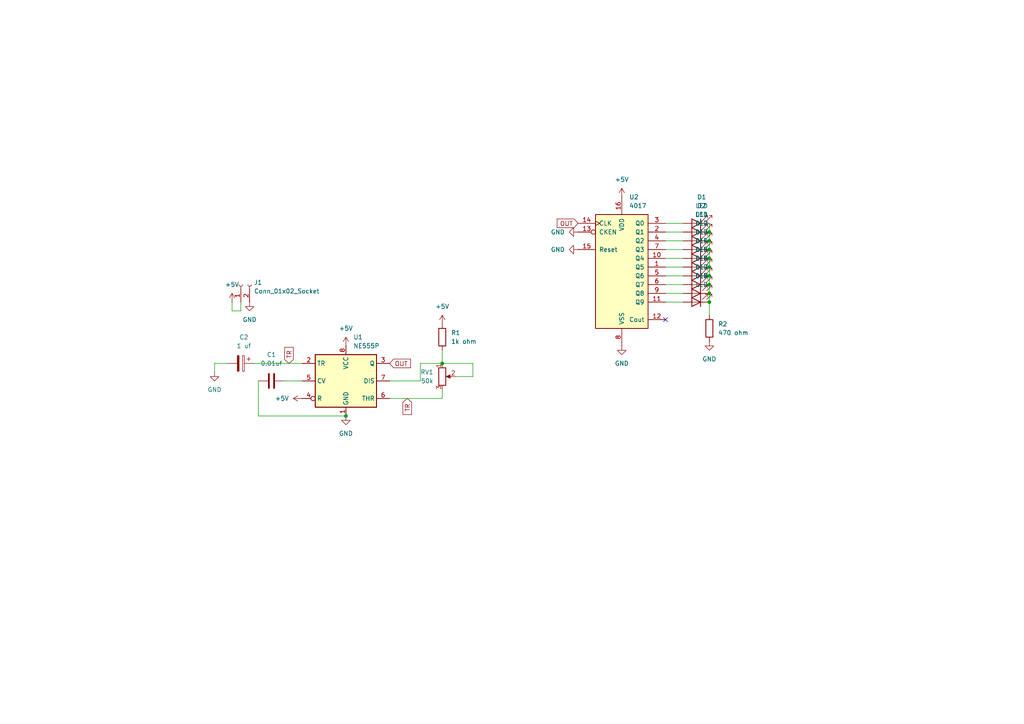
<source format=kicad_sch>
(kicad_sch
	(version 20250114)
	(generator "eeschema")
	(generator_version "9.0")
	(uuid "c046ae96-9a33-4436-ad46-2259e32a5b9d")
	(paper "A4")
	(lib_symbols
		(symbol "4xxx:4017"
			(pin_names
				(offset 1.016)
			)
			(exclude_from_sim no)
			(in_bom yes)
			(on_board yes)
			(property "Reference" "U"
				(at -7.62 16.51 0)
				(effects
					(font
						(size 1.27 1.27)
					)
				)
			)
			(property "Value" "4017"
				(at -7.62 -19.05 0)
				(effects
					(font
						(size 1.27 1.27)
					)
				)
			)
			(property "Footprint" ""
				(at 0 0 0)
				(effects
					(font
						(size 1.27 1.27)
					)
					(hide yes)
				)
			)
			(property "Datasheet" "http://www.intersil.com/content/dam/Intersil/documents/cd40/cd4017bms-22bms.pdf"
				(at 0 0 0)
				(effects
					(font
						(size 1.27 1.27)
					)
					(hide yes)
				)
			)
			(property "Description" "Johnson Counter ( 10 outputs )"
				(at 0 0 0)
				(effects
					(font
						(size 1.27 1.27)
					)
					(hide yes)
				)
			)
			(property "ki_locked" ""
				(at 0 0 0)
				(effects
					(font
						(size 1.27 1.27)
					)
				)
			)
			(property "ki_keywords" "CNT CNT10"
				(at 0 0 0)
				(effects
					(font
						(size 1.27 1.27)
					)
					(hide yes)
				)
			)
			(property "ki_fp_filters" "DIP?16*"
				(at 0 0 0)
				(effects
					(font
						(size 1.27 1.27)
					)
					(hide yes)
				)
			)
			(symbol "4017_1_0"
				(pin input clock
					(at -12.7 12.7 0)
					(length 5.08)
					(name "CLK"
						(effects
							(font
								(size 1.27 1.27)
							)
						)
					)
					(number "14"
						(effects
							(font
								(size 1.27 1.27)
							)
						)
					)
				)
				(pin input inverted
					(at -12.7 10.16 0)
					(length 5.08)
					(name "CKEN"
						(effects
							(font
								(size 1.27 1.27)
							)
						)
					)
					(number "13"
						(effects
							(font
								(size 1.27 1.27)
							)
						)
					)
				)
				(pin input line
					(at -12.7 5.08 0)
					(length 5.08)
					(name "Reset"
						(effects
							(font
								(size 1.27 1.27)
							)
						)
					)
					(number "15"
						(effects
							(font
								(size 1.27 1.27)
							)
						)
					)
				)
				(pin power_in line
					(at 0 20.32 270)
					(length 5.08)
					(name "VDD"
						(effects
							(font
								(size 1.27 1.27)
							)
						)
					)
					(number "16"
						(effects
							(font
								(size 1.27 1.27)
							)
						)
					)
				)
				(pin power_in line
					(at 0 -22.86 90)
					(length 5.08)
					(name "VSS"
						(effects
							(font
								(size 1.27 1.27)
							)
						)
					)
					(number "8"
						(effects
							(font
								(size 1.27 1.27)
							)
						)
					)
				)
				(pin output line
					(at 12.7 12.7 180)
					(length 5.08)
					(name "Q0"
						(effects
							(font
								(size 1.27 1.27)
							)
						)
					)
					(number "3"
						(effects
							(font
								(size 1.27 1.27)
							)
						)
					)
				)
				(pin output line
					(at 12.7 10.16 180)
					(length 5.08)
					(name "Q1"
						(effects
							(font
								(size 1.27 1.27)
							)
						)
					)
					(number "2"
						(effects
							(font
								(size 1.27 1.27)
							)
						)
					)
				)
				(pin output line
					(at 12.7 7.62 180)
					(length 5.08)
					(name "Q2"
						(effects
							(font
								(size 1.27 1.27)
							)
						)
					)
					(number "4"
						(effects
							(font
								(size 1.27 1.27)
							)
						)
					)
				)
				(pin output line
					(at 12.7 5.08 180)
					(length 5.08)
					(name "Q3"
						(effects
							(font
								(size 1.27 1.27)
							)
						)
					)
					(number "7"
						(effects
							(font
								(size 1.27 1.27)
							)
						)
					)
				)
				(pin output line
					(at 12.7 2.54 180)
					(length 5.08)
					(name "Q4"
						(effects
							(font
								(size 1.27 1.27)
							)
						)
					)
					(number "10"
						(effects
							(font
								(size 1.27 1.27)
							)
						)
					)
				)
				(pin output line
					(at 12.7 0 180)
					(length 5.08)
					(name "Q5"
						(effects
							(font
								(size 1.27 1.27)
							)
						)
					)
					(number "1"
						(effects
							(font
								(size 1.27 1.27)
							)
						)
					)
				)
				(pin output line
					(at 12.7 -2.54 180)
					(length 5.08)
					(name "Q6"
						(effects
							(font
								(size 1.27 1.27)
							)
						)
					)
					(number "5"
						(effects
							(font
								(size 1.27 1.27)
							)
						)
					)
				)
				(pin output line
					(at 12.7 -5.08 180)
					(length 5.08)
					(name "Q7"
						(effects
							(font
								(size 1.27 1.27)
							)
						)
					)
					(number "6"
						(effects
							(font
								(size 1.27 1.27)
							)
						)
					)
				)
				(pin output line
					(at 12.7 -7.62 180)
					(length 5.08)
					(name "Q8"
						(effects
							(font
								(size 1.27 1.27)
							)
						)
					)
					(number "9"
						(effects
							(font
								(size 1.27 1.27)
							)
						)
					)
				)
				(pin output line
					(at 12.7 -10.16 180)
					(length 5.08)
					(name "Q9"
						(effects
							(font
								(size 1.27 1.27)
							)
						)
					)
					(number "11"
						(effects
							(font
								(size 1.27 1.27)
							)
						)
					)
				)
				(pin output line
					(at 12.7 -15.24 180)
					(length 5.08)
					(name "Cout"
						(effects
							(font
								(size 1.27 1.27)
							)
						)
					)
					(number "12"
						(effects
							(font
								(size 1.27 1.27)
							)
						)
					)
				)
			)
			(symbol "4017_1_1"
				(rectangle
					(start -7.62 15.24)
					(end 7.62 -17.78)
					(stroke
						(width 0.254)
						(type default)
					)
					(fill
						(type background)
					)
				)
			)
			(embedded_fonts no)
		)
		(symbol "Connector:Conn_01x02_Socket"
			(pin_names
				(offset 1.016)
				(hide yes)
			)
			(exclude_from_sim no)
			(in_bom yes)
			(on_board yes)
			(property "Reference" "J"
				(at 0 2.54 0)
				(effects
					(font
						(size 1.27 1.27)
					)
				)
			)
			(property "Value" "Conn_01x02_Socket"
				(at 0 -5.08 0)
				(effects
					(font
						(size 1.27 1.27)
					)
				)
			)
			(property "Footprint" ""
				(at 0 0 0)
				(effects
					(font
						(size 1.27 1.27)
					)
					(hide yes)
				)
			)
			(property "Datasheet" "~"
				(at 0 0 0)
				(effects
					(font
						(size 1.27 1.27)
					)
					(hide yes)
				)
			)
			(property "Description" "Generic connector, single row, 01x02, script generated"
				(at 0 0 0)
				(effects
					(font
						(size 1.27 1.27)
					)
					(hide yes)
				)
			)
			(property "ki_locked" ""
				(at 0 0 0)
				(effects
					(font
						(size 1.27 1.27)
					)
				)
			)
			(property "ki_keywords" "connector"
				(at 0 0 0)
				(effects
					(font
						(size 1.27 1.27)
					)
					(hide yes)
				)
			)
			(property "ki_fp_filters" "Connector*:*_1x??_*"
				(at 0 0 0)
				(effects
					(font
						(size 1.27 1.27)
					)
					(hide yes)
				)
			)
			(symbol "Conn_01x02_Socket_1_1"
				(polyline
					(pts
						(xy -1.27 0) (xy -0.508 0)
					)
					(stroke
						(width 0.1524)
						(type default)
					)
					(fill
						(type none)
					)
				)
				(polyline
					(pts
						(xy -1.27 -2.54) (xy -0.508 -2.54)
					)
					(stroke
						(width 0.1524)
						(type default)
					)
					(fill
						(type none)
					)
				)
				(arc
					(start 0 -0.508)
					(mid -0.5058 0)
					(end 0 0.508)
					(stroke
						(width 0.1524)
						(type default)
					)
					(fill
						(type none)
					)
				)
				(arc
					(start 0 -3.048)
					(mid -0.5058 -2.54)
					(end 0 -2.032)
					(stroke
						(width 0.1524)
						(type default)
					)
					(fill
						(type none)
					)
				)
				(pin passive line
					(at -5.08 0 0)
					(length 3.81)
					(name "Pin_1"
						(effects
							(font
								(size 1.27 1.27)
							)
						)
					)
					(number "1"
						(effects
							(font
								(size 1.27 1.27)
							)
						)
					)
				)
				(pin passive line
					(at -5.08 -2.54 0)
					(length 3.81)
					(name "Pin_2"
						(effects
							(font
								(size 1.27 1.27)
							)
						)
					)
					(number "2"
						(effects
							(font
								(size 1.27 1.27)
							)
						)
					)
				)
			)
			(embedded_fonts no)
		)
		(symbol "Device:C"
			(pin_numbers
				(hide yes)
			)
			(pin_names
				(offset 0.254)
			)
			(exclude_from_sim no)
			(in_bom yes)
			(on_board yes)
			(property "Reference" "C"
				(at 0.635 2.54 0)
				(effects
					(font
						(size 1.27 1.27)
					)
					(justify left)
				)
			)
			(property "Value" "C"
				(at 0.635 -2.54 0)
				(effects
					(font
						(size 1.27 1.27)
					)
					(justify left)
				)
			)
			(property "Footprint" ""
				(at 0.9652 -3.81 0)
				(effects
					(font
						(size 1.27 1.27)
					)
					(hide yes)
				)
			)
			(property "Datasheet" "~"
				(at 0 0 0)
				(effects
					(font
						(size 1.27 1.27)
					)
					(hide yes)
				)
			)
			(property "Description" "Unpolarized capacitor"
				(at 0 0 0)
				(effects
					(font
						(size 1.27 1.27)
					)
					(hide yes)
				)
			)
			(property "ki_keywords" "cap capacitor"
				(at 0 0 0)
				(effects
					(font
						(size 1.27 1.27)
					)
					(hide yes)
				)
			)
			(property "ki_fp_filters" "C_*"
				(at 0 0 0)
				(effects
					(font
						(size 1.27 1.27)
					)
					(hide yes)
				)
			)
			(symbol "C_0_1"
				(polyline
					(pts
						(xy -2.032 0.762) (xy 2.032 0.762)
					)
					(stroke
						(width 0.508)
						(type default)
					)
					(fill
						(type none)
					)
				)
				(polyline
					(pts
						(xy -2.032 -0.762) (xy 2.032 -0.762)
					)
					(stroke
						(width 0.508)
						(type default)
					)
					(fill
						(type none)
					)
				)
			)
			(symbol "C_1_1"
				(pin passive line
					(at 0 3.81 270)
					(length 2.794)
					(name "~"
						(effects
							(font
								(size 1.27 1.27)
							)
						)
					)
					(number "1"
						(effects
							(font
								(size 1.27 1.27)
							)
						)
					)
				)
				(pin passive line
					(at 0 -3.81 90)
					(length 2.794)
					(name "~"
						(effects
							(font
								(size 1.27 1.27)
							)
						)
					)
					(number "2"
						(effects
							(font
								(size 1.27 1.27)
							)
						)
					)
				)
			)
			(embedded_fonts no)
		)
		(symbol "Device:C_Polarized"
			(pin_numbers
				(hide yes)
			)
			(pin_names
				(offset 0.254)
			)
			(exclude_from_sim no)
			(in_bom yes)
			(on_board yes)
			(property "Reference" "C"
				(at 0.635 2.54 0)
				(effects
					(font
						(size 1.27 1.27)
					)
					(justify left)
				)
			)
			(property "Value" "C_Polarized"
				(at 0.635 -2.54 0)
				(effects
					(font
						(size 1.27 1.27)
					)
					(justify left)
				)
			)
			(property "Footprint" ""
				(at 0.9652 -3.81 0)
				(effects
					(font
						(size 1.27 1.27)
					)
					(hide yes)
				)
			)
			(property "Datasheet" "~"
				(at 0 0 0)
				(effects
					(font
						(size 1.27 1.27)
					)
					(hide yes)
				)
			)
			(property "Description" "Polarized capacitor"
				(at 0 0 0)
				(effects
					(font
						(size 1.27 1.27)
					)
					(hide yes)
				)
			)
			(property "ki_keywords" "cap capacitor"
				(at 0 0 0)
				(effects
					(font
						(size 1.27 1.27)
					)
					(hide yes)
				)
			)
			(property "ki_fp_filters" "CP_*"
				(at 0 0 0)
				(effects
					(font
						(size 1.27 1.27)
					)
					(hide yes)
				)
			)
			(symbol "C_Polarized_0_1"
				(rectangle
					(start -2.286 0.508)
					(end 2.286 1.016)
					(stroke
						(width 0)
						(type default)
					)
					(fill
						(type none)
					)
				)
				(polyline
					(pts
						(xy -1.778 2.286) (xy -0.762 2.286)
					)
					(stroke
						(width 0)
						(type default)
					)
					(fill
						(type none)
					)
				)
				(polyline
					(pts
						(xy -1.27 2.794) (xy -1.27 1.778)
					)
					(stroke
						(width 0)
						(type default)
					)
					(fill
						(type none)
					)
				)
				(rectangle
					(start 2.286 -0.508)
					(end -2.286 -1.016)
					(stroke
						(width 0)
						(type default)
					)
					(fill
						(type outline)
					)
				)
			)
			(symbol "C_Polarized_1_1"
				(pin passive line
					(at 0 3.81 270)
					(length 2.794)
					(name "~"
						(effects
							(font
								(size 1.27 1.27)
							)
						)
					)
					(number "1"
						(effects
							(font
								(size 1.27 1.27)
							)
						)
					)
				)
				(pin passive line
					(at 0 -3.81 90)
					(length 2.794)
					(name "~"
						(effects
							(font
								(size 1.27 1.27)
							)
						)
					)
					(number "2"
						(effects
							(font
								(size 1.27 1.27)
							)
						)
					)
				)
			)
			(embedded_fonts no)
		)
		(symbol "Device:LED"
			(pin_numbers
				(hide yes)
			)
			(pin_names
				(offset 1.016)
				(hide yes)
			)
			(exclude_from_sim no)
			(in_bom yes)
			(on_board yes)
			(property "Reference" "D"
				(at 0 2.54 0)
				(effects
					(font
						(size 1.27 1.27)
					)
				)
			)
			(property "Value" "LED"
				(at 0 -2.54 0)
				(effects
					(font
						(size 1.27 1.27)
					)
				)
			)
			(property "Footprint" ""
				(at 0 0 0)
				(effects
					(font
						(size 1.27 1.27)
					)
					(hide yes)
				)
			)
			(property "Datasheet" "~"
				(at 0 0 0)
				(effects
					(font
						(size 1.27 1.27)
					)
					(hide yes)
				)
			)
			(property "Description" "Light emitting diode"
				(at 0 0 0)
				(effects
					(font
						(size 1.27 1.27)
					)
					(hide yes)
				)
			)
			(property "Sim.Pins" "1=K 2=A"
				(at 0 0 0)
				(effects
					(font
						(size 1.27 1.27)
					)
					(hide yes)
				)
			)
			(property "ki_keywords" "LED diode"
				(at 0 0 0)
				(effects
					(font
						(size 1.27 1.27)
					)
					(hide yes)
				)
			)
			(property "ki_fp_filters" "LED* LED_SMD:* LED_THT:*"
				(at 0 0 0)
				(effects
					(font
						(size 1.27 1.27)
					)
					(hide yes)
				)
			)
			(symbol "LED_0_1"
				(polyline
					(pts
						(xy -3.048 -0.762) (xy -4.572 -2.286) (xy -3.81 -2.286) (xy -4.572 -2.286) (xy -4.572 -1.524)
					)
					(stroke
						(width 0)
						(type default)
					)
					(fill
						(type none)
					)
				)
				(polyline
					(pts
						(xy -1.778 -0.762) (xy -3.302 -2.286) (xy -2.54 -2.286) (xy -3.302 -2.286) (xy -3.302 -1.524)
					)
					(stroke
						(width 0)
						(type default)
					)
					(fill
						(type none)
					)
				)
				(polyline
					(pts
						(xy -1.27 0) (xy 1.27 0)
					)
					(stroke
						(width 0)
						(type default)
					)
					(fill
						(type none)
					)
				)
				(polyline
					(pts
						(xy -1.27 -1.27) (xy -1.27 1.27)
					)
					(stroke
						(width 0.254)
						(type default)
					)
					(fill
						(type none)
					)
				)
				(polyline
					(pts
						(xy 1.27 -1.27) (xy 1.27 1.27) (xy -1.27 0) (xy 1.27 -1.27)
					)
					(stroke
						(width 0.254)
						(type default)
					)
					(fill
						(type none)
					)
				)
			)
			(symbol "LED_1_1"
				(pin passive line
					(at -3.81 0 0)
					(length 2.54)
					(name "K"
						(effects
							(font
								(size 1.27 1.27)
							)
						)
					)
					(number "1"
						(effects
							(font
								(size 1.27 1.27)
							)
						)
					)
				)
				(pin passive line
					(at 3.81 0 180)
					(length 2.54)
					(name "A"
						(effects
							(font
								(size 1.27 1.27)
							)
						)
					)
					(number "2"
						(effects
							(font
								(size 1.27 1.27)
							)
						)
					)
				)
			)
			(embedded_fonts no)
		)
		(symbol "Device:R"
			(pin_numbers
				(hide yes)
			)
			(pin_names
				(offset 0)
			)
			(exclude_from_sim no)
			(in_bom yes)
			(on_board yes)
			(property "Reference" "R"
				(at 2.032 0 90)
				(effects
					(font
						(size 1.27 1.27)
					)
				)
			)
			(property "Value" "R"
				(at 0 0 90)
				(effects
					(font
						(size 1.27 1.27)
					)
				)
			)
			(property "Footprint" ""
				(at -1.778 0 90)
				(effects
					(font
						(size 1.27 1.27)
					)
					(hide yes)
				)
			)
			(property "Datasheet" "~"
				(at 0 0 0)
				(effects
					(font
						(size 1.27 1.27)
					)
					(hide yes)
				)
			)
			(property "Description" "Resistor"
				(at 0 0 0)
				(effects
					(font
						(size 1.27 1.27)
					)
					(hide yes)
				)
			)
			(property "ki_keywords" "R res resistor"
				(at 0 0 0)
				(effects
					(font
						(size 1.27 1.27)
					)
					(hide yes)
				)
			)
			(property "ki_fp_filters" "R_*"
				(at 0 0 0)
				(effects
					(font
						(size 1.27 1.27)
					)
					(hide yes)
				)
			)
			(symbol "R_0_1"
				(rectangle
					(start -1.016 -2.54)
					(end 1.016 2.54)
					(stroke
						(width 0.254)
						(type default)
					)
					(fill
						(type none)
					)
				)
			)
			(symbol "R_1_1"
				(pin passive line
					(at 0 3.81 270)
					(length 1.27)
					(name "~"
						(effects
							(font
								(size 1.27 1.27)
							)
						)
					)
					(number "1"
						(effects
							(font
								(size 1.27 1.27)
							)
						)
					)
				)
				(pin passive line
					(at 0 -3.81 90)
					(length 1.27)
					(name "~"
						(effects
							(font
								(size 1.27 1.27)
							)
						)
					)
					(number "2"
						(effects
							(font
								(size 1.27 1.27)
							)
						)
					)
				)
			)
			(embedded_fonts no)
		)
		(symbol "Device:R_Potentiometer"
			(pin_names
				(offset 1.016)
				(hide yes)
			)
			(exclude_from_sim no)
			(in_bom yes)
			(on_board yes)
			(property "Reference" "RV"
				(at -4.445 0 90)
				(effects
					(font
						(size 1.27 1.27)
					)
				)
			)
			(property "Value" "R_Potentiometer"
				(at -2.54 0 90)
				(effects
					(font
						(size 1.27 1.27)
					)
				)
			)
			(property "Footprint" ""
				(at 0 0 0)
				(effects
					(font
						(size 1.27 1.27)
					)
					(hide yes)
				)
			)
			(property "Datasheet" "~"
				(at 0 0 0)
				(effects
					(font
						(size 1.27 1.27)
					)
					(hide yes)
				)
			)
			(property "Description" "Potentiometer"
				(at 0 0 0)
				(effects
					(font
						(size 1.27 1.27)
					)
					(hide yes)
				)
			)
			(property "ki_keywords" "resistor variable"
				(at 0 0 0)
				(effects
					(font
						(size 1.27 1.27)
					)
					(hide yes)
				)
			)
			(property "ki_fp_filters" "Potentiometer*"
				(at 0 0 0)
				(effects
					(font
						(size 1.27 1.27)
					)
					(hide yes)
				)
			)
			(symbol "R_Potentiometer_0_1"
				(rectangle
					(start 1.016 2.54)
					(end -1.016 -2.54)
					(stroke
						(width 0.254)
						(type default)
					)
					(fill
						(type none)
					)
				)
				(polyline
					(pts
						(xy 1.143 0) (xy 2.286 0.508) (xy 2.286 -0.508) (xy 1.143 0)
					)
					(stroke
						(width 0)
						(type default)
					)
					(fill
						(type outline)
					)
				)
				(polyline
					(pts
						(xy 2.54 0) (xy 1.524 0)
					)
					(stroke
						(width 0)
						(type default)
					)
					(fill
						(type none)
					)
				)
			)
			(symbol "R_Potentiometer_1_1"
				(pin passive line
					(at 0 3.81 270)
					(length 1.27)
					(name "1"
						(effects
							(font
								(size 1.27 1.27)
							)
						)
					)
					(number "1"
						(effects
							(font
								(size 1.27 1.27)
							)
						)
					)
				)
				(pin passive line
					(at 0 -3.81 90)
					(length 1.27)
					(name "3"
						(effects
							(font
								(size 1.27 1.27)
							)
						)
					)
					(number "3"
						(effects
							(font
								(size 1.27 1.27)
							)
						)
					)
				)
				(pin passive line
					(at 3.81 0 180)
					(length 1.27)
					(name "2"
						(effects
							(font
								(size 1.27 1.27)
							)
						)
					)
					(number "2"
						(effects
							(font
								(size 1.27 1.27)
							)
						)
					)
				)
			)
			(embedded_fonts no)
		)
		(symbol "Timer:NE555P"
			(exclude_from_sim no)
			(in_bom yes)
			(on_board yes)
			(property "Reference" "U"
				(at -10.16 8.89 0)
				(effects
					(font
						(size 1.27 1.27)
					)
					(justify left)
				)
			)
			(property "Value" "NE555P"
				(at 2.54 8.89 0)
				(effects
					(font
						(size 1.27 1.27)
					)
					(justify left)
				)
			)
			(property "Footprint" "Package_DIP:DIP-8_W7.62mm"
				(at 16.51 -10.16 0)
				(effects
					(font
						(size 1.27 1.27)
					)
					(hide yes)
				)
			)
			(property "Datasheet" "http://www.ti.com/lit/ds/symlink/ne555.pdf"
				(at 21.59 -10.16 0)
				(effects
					(font
						(size 1.27 1.27)
					)
					(hide yes)
				)
			)
			(property "Description" "Precision Timers, 555 compatible,  PDIP-8"
				(at 0 0 0)
				(effects
					(font
						(size 1.27 1.27)
					)
					(hide yes)
				)
			)
			(property "ki_keywords" "single timer 555"
				(at 0 0 0)
				(effects
					(font
						(size 1.27 1.27)
					)
					(hide yes)
				)
			)
			(property "ki_fp_filters" "DIP*W7.62mm*"
				(at 0 0 0)
				(effects
					(font
						(size 1.27 1.27)
					)
					(hide yes)
				)
			)
			(symbol "NE555P_0_0"
				(pin power_in line
					(at 0 10.16 270)
					(length 2.54)
					(name "VCC"
						(effects
							(font
								(size 1.27 1.27)
							)
						)
					)
					(number "8"
						(effects
							(font
								(size 1.27 1.27)
							)
						)
					)
				)
				(pin power_in line
					(at 0 -10.16 90)
					(length 2.54)
					(name "GND"
						(effects
							(font
								(size 1.27 1.27)
							)
						)
					)
					(number "1"
						(effects
							(font
								(size 1.27 1.27)
							)
						)
					)
				)
			)
			(symbol "NE555P_0_1"
				(rectangle
					(start -8.89 -7.62)
					(end 8.89 7.62)
					(stroke
						(width 0.254)
						(type default)
					)
					(fill
						(type background)
					)
				)
				(rectangle
					(start -8.89 -7.62)
					(end 8.89 7.62)
					(stroke
						(width 0.254)
						(type default)
					)
					(fill
						(type background)
					)
				)
			)
			(symbol "NE555P_1_1"
				(pin input line
					(at -12.7 5.08 0)
					(length 3.81)
					(name "TR"
						(effects
							(font
								(size 1.27 1.27)
							)
						)
					)
					(number "2"
						(effects
							(font
								(size 1.27 1.27)
							)
						)
					)
				)
				(pin input line
					(at -12.7 0 0)
					(length 3.81)
					(name "CV"
						(effects
							(font
								(size 1.27 1.27)
							)
						)
					)
					(number "5"
						(effects
							(font
								(size 1.27 1.27)
							)
						)
					)
				)
				(pin input inverted
					(at -12.7 -5.08 0)
					(length 3.81)
					(name "R"
						(effects
							(font
								(size 1.27 1.27)
							)
						)
					)
					(number "4"
						(effects
							(font
								(size 1.27 1.27)
							)
						)
					)
				)
				(pin output line
					(at 12.7 5.08 180)
					(length 3.81)
					(name "Q"
						(effects
							(font
								(size 1.27 1.27)
							)
						)
					)
					(number "3"
						(effects
							(font
								(size 1.27 1.27)
							)
						)
					)
				)
				(pin input line
					(at 12.7 0 180)
					(length 3.81)
					(name "DIS"
						(effects
							(font
								(size 1.27 1.27)
							)
						)
					)
					(number "7"
						(effects
							(font
								(size 1.27 1.27)
							)
						)
					)
				)
				(pin input line
					(at 12.7 -5.08 180)
					(length 3.81)
					(name "THR"
						(effects
							(font
								(size 1.27 1.27)
							)
						)
					)
					(number "6"
						(effects
							(font
								(size 1.27 1.27)
							)
						)
					)
				)
			)
			(embedded_fonts no)
		)
		(symbol "power:+5V"
			(power)
			(pin_numbers
				(hide yes)
			)
			(pin_names
				(offset 0)
				(hide yes)
			)
			(exclude_from_sim no)
			(in_bom yes)
			(on_board yes)
			(property "Reference" "#PWR"
				(at 0 -3.81 0)
				(effects
					(font
						(size 1.27 1.27)
					)
					(hide yes)
				)
			)
			(property "Value" "+5V"
				(at 0 3.556 0)
				(effects
					(font
						(size 1.27 1.27)
					)
				)
			)
			(property "Footprint" ""
				(at 0 0 0)
				(effects
					(font
						(size 1.27 1.27)
					)
					(hide yes)
				)
			)
			(property "Datasheet" ""
				(at 0 0 0)
				(effects
					(font
						(size 1.27 1.27)
					)
					(hide yes)
				)
			)
			(property "Description" "Power symbol creates a global label with name \"+5V\""
				(at 0 0 0)
				(effects
					(font
						(size 1.27 1.27)
					)
					(hide yes)
				)
			)
			(property "ki_keywords" "global power"
				(at 0 0 0)
				(effects
					(font
						(size 1.27 1.27)
					)
					(hide yes)
				)
			)
			(symbol "+5V_0_1"
				(polyline
					(pts
						(xy -0.762 1.27) (xy 0 2.54)
					)
					(stroke
						(width 0)
						(type default)
					)
					(fill
						(type none)
					)
				)
				(polyline
					(pts
						(xy 0 2.54) (xy 0.762 1.27)
					)
					(stroke
						(width 0)
						(type default)
					)
					(fill
						(type none)
					)
				)
				(polyline
					(pts
						(xy 0 0) (xy 0 2.54)
					)
					(stroke
						(width 0)
						(type default)
					)
					(fill
						(type none)
					)
				)
			)
			(symbol "+5V_1_1"
				(pin power_in line
					(at 0 0 90)
					(length 0)
					(name "~"
						(effects
							(font
								(size 1.27 1.27)
							)
						)
					)
					(number "1"
						(effects
							(font
								(size 1.27 1.27)
							)
						)
					)
				)
			)
			(embedded_fonts no)
		)
		(symbol "power:GND"
			(power)
			(pin_numbers
				(hide yes)
			)
			(pin_names
				(offset 0)
				(hide yes)
			)
			(exclude_from_sim no)
			(in_bom yes)
			(on_board yes)
			(property "Reference" "#PWR"
				(at 0 -6.35 0)
				(effects
					(font
						(size 1.27 1.27)
					)
					(hide yes)
				)
			)
			(property "Value" "GND"
				(at 0 -3.81 0)
				(effects
					(font
						(size 1.27 1.27)
					)
				)
			)
			(property "Footprint" ""
				(at 0 0 0)
				(effects
					(font
						(size 1.27 1.27)
					)
					(hide yes)
				)
			)
			(property "Datasheet" ""
				(at 0 0 0)
				(effects
					(font
						(size 1.27 1.27)
					)
					(hide yes)
				)
			)
			(property "Description" "Power symbol creates a global label with name \"GND\" , ground"
				(at 0 0 0)
				(effects
					(font
						(size 1.27 1.27)
					)
					(hide yes)
				)
			)
			(property "ki_keywords" "global power"
				(at 0 0 0)
				(effects
					(font
						(size 1.27 1.27)
					)
					(hide yes)
				)
			)
			(symbol "GND_0_1"
				(polyline
					(pts
						(xy 0 0) (xy 0 -1.27) (xy 1.27 -1.27) (xy 0 -2.54) (xy -1.27 -1.27) (xy 0 -1.27)
					)
					(stroke
						(width 0)
						(type default)
					)
					(fill
						(type none)
					)
				)
			)
			(symbol "GND_1_1"
				(pin power_in line
					(at 0 0 270)
					(length 0)
					(name "~"
						(effects
							(font
								(size 1.27 1.27)
							)
						)
					)
					(number "1"
						(effects
							(font
								(size 1.27 1.27)
							)
						)
					)
				)
			)
			(embedded_fonts no)
		)
	)
	(junction
		(at 205.74 77.47)
		(diameter 0)
		(color 0 0 0 0)
		(uuid "061cd346-8726-43b0-b16f-a04e2dabfe9b")
	)
	(junction
		(at 205.74 74.93)
		(diameter 0)
		(color 0 0 0 0)
		(uuid "075b68f9-28b2-45cf-910e-ba39938a418c")
	)
	(junction
		(at 205.74 72.39)
		(diameter 0)
		(color 0 0 0 0)
		(uuid "1e7e57ca-f2cf-4782-b03a-0da060dc332a")
	)
	(junction
		(at 205.74 87.63)
		(diameter 0)
		(color 0 0 0 0)
		(uuid "2c634c41-3c1c-44f5-a306-ad4fc814811e")
	)
	(junction
		(at 128.27 105.41)
		(diameter 0)
		(color 0 0 0 0)
		(uuid "4b77f691-a445-4e50-907f-09da0b09f825")
	)
	(junction
		(at 205.74 80.01)
		(diameter 0)
		(color 0 0 0 0)
		(uuid "7a2d8c16-69d4-4870-b036-68981fdd83c7")
	)
	(junction
		(at 205.74 82.55)
		(diameter 0)
		(color 0 0 0 0)
		(uuid "9761a3af-6b72-40bc-8023-bb33a283524c")
	)
	(junction
		(at 205.74 85.09)
		(diameter 0)
		(color 0 0 0 0)
		(uuid "a7b77fc5-5d62-4309-97ca-8371b16f4a1e")
	)
	(junction
		(at 205.74 67.31)
		(diameter 0)
		(color 0 0 0 0)
		(uuid "b7b19eb9-fa08-4025-a31e-ee2cd2644f33")
	)
	(junction
		(at 205.74 69.85)
		(diameter 0)
		(color 0 0 0 0)
		(uuid "c2a714ba-7d13-4584-8a61-cbbf44de1eca")
	)
	(junction
		(at 100.33 120.65)
		(diameter 0)
		(color 0 0 0 0)
		(uuid "ff263895-1d18-4565-8779-5689e9bb3fc5")
	)
	(no_connect
		(at 193.04 92.71)
		(uuid "dae06e2d-0aae-4c40-831f-550d93dbc231")
	)
	(wire
		(pts
			(xy 205.74 80.01) (xy 205.74 82.55)
		)
		(stroke
			(width 0)
			(type default)
		)
		(uuid "04ab265a-9e96-45ee-8d3a-079b2b8ccd18")
	)
	(wire
		(pts
			(xy 193.04 67.31) (xy 198.12 67.31)
		)
		(stroke
			(width 0)
			(type default)
		)
		(uuid "04f5b6ad-919c-4d84-85c5-681441a48ea6")
	)
	(wire
		(pts
			(xy 205.74 85.09) (xy 205.74 87.63)
		)
		(stroke
			(width 0)
			(type default)
		)
		(uuid "1497ecba-e435-46e8-8320-4f9a1245836b")
	)
	(wire
		(pts
			(xy 205.74 69.85) (xy 205.74 72.39)
		)
		(stroke
			(width 0)
			(type default)
		)
		(uuid "1915a017-c075-42d8-bb1a-2c952cc72f97")
	)
	(wire
		(pts
			(xy 113.03 110.49) (xy 121.92 110.49)
		)
		(stroke
			(width 0)
			(type default)
		)
		(uuid "1e1e87da-dc55-49fa-8a1c-080444b711a4")
	)
	(wire
		(pts
			(xy 121.92 105.41) (xy 128.27 105.41)
		)
		(stroke
			(width 0)
			(type default)
		)
		(uuid "3193e8b9-a99c-487a-9914-70bc52381896")
	)
	(wire
		(pts
			(xy 128.27 101.6) (xy 128.27 105.41)
		)
		(stroke
			(width 0)
			(type default)
		)
		(uuid "33cedc6c-753a-4a27-a689-47b79d1cab83")
	)
	(wire
		(pts
			(xy 193.04 74.93) (xy 198.12 74.93)
		)
		(stroke
			(width 0)
			(type default)
		)
		(uuid "382b8793-172d-4031-aa10-bc5cb18d2748")
	)
	(wire
		(pts
			(xy 121.92 110.49) (xy 121.92 105.41)
		)
		(stroke
			(width 0)
			(type default)
		)
		(uuid "3902a108-1d58-4f9e-8604-c5a221a19bb4")
	)
	(wire
		(pts
			(xy 128.27 113.03) (xy 128.27 115.57)
		)
		(stroke
			(width 0)
			(type default)
		)
		(uuid "3e69b6c6-eaac-4fad-9a91-a0272ddd0266")
	)
	(wire
		(pts
			(xy 205.74 82.55) (xy 205.74 85.09)
		)
		(stroke
			(width 0)
			(type default)
		)
		(uuid "3fd38b31-c862-4ef5-b065-c313c926fc45")
	)
	(wire
		(pts
			(xy 66.04 105.41) (xy 62.23 105.41)
		)
		(stroke
			(width 0)
			(type default)
		)
		(uuid "487f1f78-e5bc-405c-9091-62a55c70c8ce")
	)
	(wire
		(pts
			(xy 62.23 105.41) (xy 62.23 107.95)
		)
		(stroke
			(width 0)
			(type default)
		)
		(uuid "4a42a910-9af5-4ad7-a47b-15a3f1b95404")
	)
	(wire
		(pts
			(xy 74.93 120.65) (xy 100.33 120.65)
		)
		(stroke
			(width 0)
			(type default)
		)
		(uuid "4edd9e82-326a-42fd-82e4-0c50ddab4d2f")
	)
	(wire
		(pts
			(xy 205.74 67.31) (xy 205.74 69.85)
		)
		(stroke
			(width 0)
			(type default)
		)
		(uuid "53ef1881-9ef0-4309-a73c-93e080d3549c")
	)
	(wire
		(pts
			(xy 74.93 110.49) (xy 74.93 120.65)
		)
		(stroke
			(width 0)
			(type default)
		)
		(uuid "56609589-e852-42f8-b3ee-29a6077fdfbd")
	)
	(wire
		(pts
			(xy 82.55 110.49) (xy 87.63 110.49)
		)
		(stroke
			(width 0)
			(type default)
		)
		(uuid "58ed6493-7727-49f0-ac37-3ef184e565a6")
	)
	(wire
		(pts
			(xy 193.04 64.77) (xy 198.12 64.77)
		)
		(stroke
			(width 0)
			(type default)
		)
		(uuid "615189bf-54ea-4c7a-8b10-645b3cad610d")
	)
	(wire
		(pts
			(xy 193.04 85.09) (xy 198.12 85.09)
		)
		(stroke
			(width 0)
			(type default)
		)
		(uuid "6917752c-19c6-4fec-8893-23479a0e7a52")
	)
	(wire
		(pts
			(xy 193.04 80.01) (xy 198.12 80.01)
		)
		(stroke
			(width 0)
			(type default)
		)
		(uuid "7107a1a0-15d2-429f-aca6-019da7a8b402")
	)
	(wire
		(pts
			(xy 128.27 115.57) (xy 113.03 115.57)
		)
		(stroke
			(width 0)
			(type default)
		)
		(uuid "7e440760-5fb3-4f6b-88c7-adf2d7529967")
	)
	(wire
		(pts
			(xy 205.74 77.47) (xy 205.74 80.01)
		)
		(stroke
			(width 0)
			(type default)
		)
		(uuid "85757a50-7856-4614-bd9c-b8143448d22f")
	)
	(wire
		(pts
			(xy 128.27 105.41) (xy 137.16 105.41)
		)
		(stroke
			(width 0)
			(type default)
		)
		(uuid "95cdf499-ac09-49cf-83ef-408b0d48ae79")
	)
	(wire
		(pts
			(xy 193.04 87.63) (xy 198.12 87.63)
		)
		(stroke
			(width 0)
			(type default)
		)
		(uuid "9e3d0d56-0703-4fee-90b0-d6bd479d82c6")
	)
	(wire
		(pts
			(xy 205.74 74.93) (xy 205.74 77.47)
		)
		(stroke
			(width 0)
			(type default)
		)
		(uuid "9e65a660-a404-4cc3-9de3-832cc02e0e78")
	)
	(wire
		(pts
			(xy 193.04 69.85) (xy 198.12 69.85)
		)
		(stroke
			(width 0)
			(type default)
		)
		(uuid "a92e319f-e307-4402-ace5-8b8a50169063")
	)
	(wire
		(pts
			(xy 67.31 87.63) (xy 67.31 90.17)
		)
		(stroke
			(width 0)
			(type default)
		)
		(uuid "a9442523-4a9d-406f-951e-966d4e9837e1")
	)
	(wire
		(pts
			(xy 193.04 72.39) (xy 198.12 72.39)
		)
		(stroke
			(width 0)
			(type default)
		)
		(uuid "b07f83f2-0d2d-48cb-a03f-1ebeaf694742")
	)
	(wire
		(pts
			(xy 205.74 87.63) (xy 205.74 91.44)
		)
		(stroke
			(width 0)
			(type default)
		)
		(uuid "c0f739c0-b518-4586-a968-29e3d6f6d138")
	)
	(wire
		(pts
			(xy 69.85 90.17) (xy 67.31 90.17)
		)
		(stroke
			(width 0)
			(type default)
		)
		(uuid "c466e6c3-0ea2-4cf9-bdaf-ad328066c8b3")
	)
	(wire
		(pts
			(xy 193.04 77.47) (xy 198.12 77.47)
		)
		(stroke
			(width 0)
			(type default)
		)
		(uuid "c78a736b-fa50-49fa-89a9-b4c58bccff78")
	)
	(wire
		(pts
			(xy 137.16 105.41) (xy 137.16 109.22)
		)
		(stroke
			(width 0)
			(type default)
		)
		(uuid "d0ee64f6-399e-4daf-bf2a-6367807163fa")
	)
	(wire
		(pts
			(xy 73.66 105.41) (xy 87.63 105.41)
		)
		(stroke
			(width 0)
			(type default)
		)
		(uuid "d496a0d8-01f6-400c-ad23-a6fbcc25f3a2")
	)
	(wire
		(pts
			(xy 69.85 87.63) (xy 69.85 90.17)
		)
		(stroke
			(width 0)
			(type default)
		)
		(uuid "eac9f3de-b807-49bd-b1ef-cf8a57f2e864")
	)
	(wire
		(pts
			(xy 137.16 109.22) (xy 132.08 109.22)
		)
		(stroke
			(width 0)
			(type default)
		)
		(uuid "edac836c-ab5a-4ab6-aab6-c18401d76765")
	)
	(wire
		(pts
			(xy 205.74 72.39) (xy 205.74 74.93)
		)
		(stroke
			(width 0)
			(type default)
		)
		(uuid "ef46c803-5e5e-451d-bb2c-63c5f15bc0c9")
	)
	(wire
		(pts
			(xy 193.04 82.55) (xy 198.12 82.55)
		)
		(stroke
			(width 0)
			(type default)
		)
		(uuid "f084609b-68d3-4fe5-bb11-76f5119a3050")
	)
	(wire
		(pts
			(xy 205.74 64.77) (xy 205.74 67.31)
		)
		(stroke
			(width 0)
			(type default)
		)
		(uuid "facbc276-f563-4400-a312-fe927614dde3")
	)
	(global_label "OUT"
		(shape input)
		(at 167.64 64.77 180)
		(fields_autoplaced yes)
		(effects
			(font
				(size 1.27 1.27)
			)
			(justify right)
		)
		(uuid "260acf17-b89a-4743-b8d2-b8422b3fd374")
		(property "Intersheetrefs" "${INTERSHEET_REFS}"
			(at 161.0262 64.77 0)
			(effects
				(font
					(size 1.27 1.27)
				)
				(justify right)
				(hide yes)
			)
		)
	)
	(global_label "TR"
		(shape input)
		(at 118.11 115.57 270)
		(fields_autoplaced yes)
		(effects
			(font
				(size 1.27 1.27)
			)
			(justify right)
		)
		(uuid "2864a14b-5685-47ba-bf57-37c7c95e2206")
		(property "Intersheetrefs" "${INTERSHEET_REFS}"
			(at 118.11 120.7928 90)
			(effects
				(font
					(size 1.27 1.27)
				)
				(justify right)
				(hide yes)
			)
		)
	)
	(global_label "OUT"
		(shape input)
		(at 113.03 105.41 0)
		(fields_autoplaced yes)
		(effects
			(font
				(size 1.27 1.27)
			)
			(justify left)
		)
		(uuid "91940ddd-9937-491e-81c8-0b84ea41d12e")
		(property "Intersheetrefs" "${INTERSHEET_REFS}"
			(at 119.6438 105.41 0)
			(effects
				(font
					(size 1.27 1.27)
				)
				(justify left)
				(hide yes)
			)
		)
	)
	(global_label "TR"
		(shape input)
		(at 83.82 105.41 90)
		(fields_autoplaced yes)
		(effects
			(font
				(size 1.27 1.27)
			)
			(justify left)
		)
		(uuid "b567fc90-0f5b-4b07-bd2f-437102a091d0")
		(property "Intersheetrefs" "${INTERSHEET_REFS}"
			(at 83.82 100.1872 90)
			(effects
				(font
					(size 1.27 1.27)
				)
				(justify left)
				(hide yes)
			)
		)
	)
	(symbol
		(lib_id "power:GND")
		(at 205.74 99.06 0)
		(unit 1)
		(exclude_from_sim no)
		(in_bom yes)
		(on_board yes)
		(dnp no)
		(fields_autoplaced yes)
		(uuid "112f4e3f-51ce-407d-9a87-c68be28f6206")
		(property "Reference" "#PWR012"
			(at 205.74 105.41 0)
			(effects
				(font
					(size 1.27 1.27)
				)
				(hide yes)
			)
		)
		(property "Value" "GND"
			(at 205.74 104.14 0)
			(effects
				(font
					(size 1.27 1.27)
				)
			)
		)
		(property "Footprint" ""
			(at 205.74 99.06 0)
			(effects
				(font
					(size 1.27 1.27)
				)
				(hide yes)
			)
		)
		(property "Datasheet" ""
			(at 205.74 99.06 0)
			(effects
				(font
					(size 1.27 1.27)
				)
				(hide yes)
			)
		)
		(property "Description" "Power symbol creates a global label with name \"GND\" , ground"
			(at 205.74 99.06 0)
			(effects
				(font
					(size 1.27 1.27)
				)
				(hide yes)
			)
		)
		(pin "1"
			(uuid "dd13e122-13b6-4ca8-b944-bb1a1f924a64")
		)
		(instances
			(project ""
				(path "/c046ae96-9a33-4436-ad46-2259e32a5b9d"
					(reference "#PWR012")
					(unit 1)
				)
			)
		)
	)
	(symbol
		(lib_id "power:+5V")
		(at 100.33 100.33 0)
		(unit 1)
		(exclude_from_sim no)
		(in_bom yes)
		(on_board yes)
		(dnp no)
		(fields_autoplaced yes)
		(uuid "142b3df1-b08f-49fa-b299-8da515f83a75")
		(property "Reference" "#PWR03"
			(at 100.33 104.14 0)
			(effects
				(font
					(size 1.27 1.27)
				)
				(hide yes)
			)
		)
		(property "Value" "+5V"
			(at 100.33 95.25 0)
			(effects
				(font
					(size 1.27 1.27)
				)
			)
		)
		(property "Footprint" ""
			(at 100.33 100.33 0)
			(effects
				(font
					(size 1.27 1.27)
				)
				(hide yes)
			)
		)
		(property "Datasheet" ""
			(at 100.33 100.33 0)
			(effects
				(font
					(size 1.27 1.27)
				)
				(hide yes)
			)
		)
		(property "Description" "Power symbol creates a global label with name \"+5V\""
			(at 100.33 100.33 0)
			(effects
				(font
					(size 1.27 1.27)
				)
				(hide yes)
			)
		)
		(pin "1"
			(uuid "62bdee38-2d22-4697-839c-3ea1326f5703")
		)
		(instances
			(project ""
				(path "/c046ae96-9a33-4436-ad46-2259e32a5b9d"
					(reference "#PWR03")
					(unit 1)
				)
			)
		)
	)
	(symbol
		(lib_id "power:+5V")
		(at 180.34 57.15 0)
		(unit 1)
		(exclude_from_sim no)
		(in_bom yes)
		(on_board yes)
		(dnp no)
		(fields_autoplaced yes)
		(uuid "18680195-9f8b-4365-9246-56697b2c4389")
		(property "Reference" "#PWR08"
			(at 180.34 60.96 0)
			(effects
				(font
					(size 1.27 1.27)
				)
				(hide yes)
			)
		)
		(property "Value" "+5V"
			(at 180.34 52.07 0)
			(effects
				(font
					(size 1.27 1.27)
				)
			)
		)
		(property "Footprint" ""
			(at 180.34 57.15 0)
			(effects
				(font
					(size 1.27 1.27)
				)
				(hide yes)
			)
		)
		(property "Datasheet" ""
			(at 180.34 57.15 0)
			(effects
				(font
					(size 1.27 1.27)
				)
				(hide yes)
			)
		)
		(property "Description" "Power symbol creates a global label with name \"+5V\""
			(at 180.34 57.15 0)
			(effects
				(font
					(size 1.27 1.27)
				)
				(hide yes)
			)
		)
		(pin "1"
			(uuid "85c3193f-077a-4215-9e13-7517983661da")
		)
		(instances
			(project ""
				(path "/c046ae96-9a33-4436-ad46-2259e32a5b9d"
					(reference "#PWR08")
					(unit 1)
				)
			)
		)
	)
	(symbol
		(lib_id "Device:LED")
		(at 201.93 77.47 180)
		(unit 1)
		(exclude_from_sim no)
		(in_bom yes)
		(on_board yes)
		(dnp no)
		(fields_autoplaced yes)
		(uuid "1a6f7008-aedc-4a2c-a71b-75e3c373c555")
		(property "Reference" "D14"
			(at 203.5175 69.85 0)
			(effects
				(font
					(size 1.27 1.27)
				)
			)
		)
		(property "Value" "LED"
			(at 203.5175 72.39 0)
			(effects
				(font
					(size 1.27 1.27)
				)
			)
		)
		(property "Footprint" "LED_THT:LED_D3.0mm"
			(at 201.93 77.47 0)
			(effects
				(font
					(size 1.27 1.27)
				)
				(hide yes)
			)
		)
		(property "Datasheet" "~"
			(at 201.93 77.47 0)
			(effects
				(font
					(size 1.27 1.27)
				)
				(hide yes)
			)
		)
		(property "Description" "Light emitting diode"
			(at 201.93 77.47 0)
			(effects
				(font
					(size 1.27 1.27)
				)
				(hide yes)
			)
		)
		(property "Sim.Pins" "1=K 2=A"
			(at 201.93 77.47 0)
			(effects
				(font
					(size 1.27 1.27)
				)
				(hide yes)
			)
		)
		(pin "2"
			(uuid "8329e47a-8028-4a9b-b596-5b607e48b3fe")
		)
		(pin "1"
			(uuid "a246c32c-e7b3-419f-a90e-70010cebe40c")
		)
		(instances
			(project "blinky board"
				(path "/c046ae96-9a33-4436-ad46-2259e32a5b9d"
					(reference "D14")
					(unit 1)
				)
			)
		)
	)
	(symbol
		(lib_id "Device:LED")
		(at 201.93 82.55 180)
		(unit 1)
		(exclude_from_sim no)
		(in_bom yes)
		(on_board yes)
		(dnp no)
		(fields_autoplaced yes)
		(uuid "23debdad-8da6-4823-b209-738e131bab14")
		(property "Reference" "D16"
			(at 203.5175 74.93 0)
			(effects
				(font
					(size 1.27 1.27)
				)
			)
		)
		(property "Value" "LED"
			(at 203.5175 77.47 0)
			(effects
				(font
					(size 1.27 1.27)
				)
			)
		)
		(property "Footprint" "LED_THT:LED_D3.0mm"
			(at 201.93 82.55 0)
			(effects
				(font
					(size 1.27 1.27)
				)
				(hide yes)
			)
		)
		(property "Datasheet" "~"
			(at 201.93 82.55 0)
			(effects
				(font
					(size 1.27 1.27)
				)
				(hide yes)
			)
		)
		(property "Description" "Light emitting diode"
			(at 201.93 82.55 0)
			(effects
				(font
					(size 1.27 1.27)
				)
				(hide yes)
			)
		)
		(property "Sim.Pins" "1=K 2=A"
			(at 201.93 82.55 0)
			(effects
				(font
					(size 1.27 1.27)
				)
				(hide yes)
			)
		)
		(pin "2"
			(uuid "2431c201-c872-4a31-aee6-273bcc155003")
		)
		(pin "1"
			(uuid "9efec688-ddec-40ab-acd0-7fe270379aa5")
		)
		(instances
			(project "blinky board"
				(path "/c046ae96-9a33-4436-ad46-2259e32a5b9d"
					(reference "D16")
					(unit 1)
				)
			)
		)
	)
	(symbol
		(lib_id "Device:LED")
		(at 201.93 64.77 180)
		(unit 1)
		(exclude_from_sim no)
		(in_bom yes)
		(on_board yes)
		(dnp no)
		(fields_autoplaced yes)
		(uuid "252821da-cb3a-4073-b90c-a37bc25f8783")
		(property "Reference" "D1"
			(at 203.5175 57.15 0)
			(effects
				(font
					(size 1.27 1.27)
				)
			)
		)
		(property "Value" "LED"
			(at 203.5175 59.69 0)
			(effects
				(font
					(size 1.27 1.27)
				)
			)
		)
		(property "Footprint" "LED_THT:LED_D3.0mm"
			(at 201.93 64.77 0)
			(effects
				(font
					(size 1.27 1.27)
				)
				(hide yes)
			)
		)
		(property "Datasheet" "~"
			(at 201.93 64.77 0)
			(effects
				(font
					(size 1.27 1.27)
				)
				(hide yes)
			)
		)
		(property "Description" "Light emitting diode"
			(at 201.93 64.77 0)
			(effects
				(font
					(size 1.27 1.27)
				)
				(hide yes)
			)
		)
		(property "Sim.Pins" "1=K 2=A"
			(at 201.93 64.77 0)
			(effects
				(font
					(size 1.27 1.27)
				)
				(hide yes)
			)
		)
		(pin "2"
			(uuid "cc8ab232-3077-4ebd-bc4a-efcc2ab363ab")
		)
		(pin "1"
			(uuid "9718e513-5675-4037-bbba-e410a70ae608")
		)
		(instances
			(project ""
				(path "/c046ae96-9a33-4436-ad46-2259e32a5b9d"
					(reference "D1")
					(unit 1)
				)
			)
		)
	)
	(symbol
		(lib_id "power:GND")
		(at 100.33 120.65 0)
		(unit 1)
		(exclude_from_sim no)
		(in_bom yes)
		(on_board yes)
		(dnp no)
		(fields_autoplaced yes)
		(uuid "25574973-8dfb-4d15-9956-d09df70b6465")
		(property "Reference" "#PWR04"
			(at 100.33 127 0)
			(effects
				(font
					(size 1.27 1.27)
				)
				(hide yes)
			)
		)
		(property "Value" "GND"
			(at 100.33 125.73 0)
			(effects
				(font
					(size 1.27 1.27)
				)
			)
		)
		(property "Footprint" ""
			(at 100.33 120.65 0)
			(effects
				(font
					(size 1.27 1.27)
				)
				(hide yes)
			)
		)
		(property "Datasheet" ""
			(at 100.33 120.65 0)
			(effects
				(font
					(size 1.27 1.27)
				)
				(hide yes)
			)
		)
		(property "Description" "Power symbol creates a global label with name \"GND\" , ground"
			(at 100.33 120.65 0)
			(effects
				(font
					(size 1.27 1.27)
				)
				(hide yes)
			)
		)
		(pin "1"
			(uuid "21a320af-083e-4431-b03e-605ceddd73e6")
		)
		(instances
			(project ""
				(path "/c046ae96-9a33-4436-ad46-2259e32a5b9d"
					(reference "#PWR04")
					(unit 1)
				)
			)
		)
	)
	(symbol
		(lib_id "Device:R")
		(at 205.74 95.25 0)
		(unit 1)
		(exclude_from_sim no)
		(in_bom yes)
		(on_board yes)
		(dnp no)
		(fields_autoplaced yes)
		(uuid "25e2aaab-ee2f-4ff3-8243-dce89c731c66")
		(property "Reference" "R2"
			(at 208.28 93.9799 0)
			(effects
				(font
					(size 1.27 1.27)
				)
				(justify left)
			)
		)
		(property "Value" "470 ohm"
			(at 208.28 96.5199 0)
			(effects
				(font
					(size 1.27 1.27)
				)
				(justify left)
			)
		)
		(property "Footprint" "Resistor_THT:R_Axial_DIN0207_L6.3mm_D2.5mm_P7.62mm_Horizontal"
			(at 203.962 95.25 90)
			(effects
				(font
					(size 1.27 1.27)
				)
				(hide yes)
			)
		)
		(property "Datasheet" "~"
			(at 205.74 95.25 0)
			(effects
				(font
					(size 1.27 1.27)
				)
				(hide yes)
			)
		)
		(property "Description" "Resistor"
			(at 205.74 95.25 0)
			(effects
				(font
					(size 1.27 1.27)
				)
				(hide yes)
			)
		)
		(pin "2"
			(uuid "eeebc7d9-522b-49dd-b817-e2db19d74fbe")
		)
		(pin "1"
			(uuid "f86b0c36-4d76-4eb4-b752-da6cc027a580")
		)
		(instances
			(project ""
				(path "/c046ae96-9a33-4436-ad46-2259e32a5b9d"
					(reference "R2")
					(unit 1)
				)
			)
		)
	)
	(symbol
		(lib_id "Device:LED")
		(at 201.93 87.63 180)
		(unit 1)
		(exclude_from_sim no)
		(in_bom yes)
		(on_board yes)
		(dnp no)
		(fields_autoplaced yes)
		(uuid "274a8edf-364c-4bfc-9c53-ca20124cb77e")
		(property "Reference" "D18"
			(at 203.5175 80.01 0)
			(effects
				(font
					(size 1.27 1.27)
				)
			)
		)
		(property "Value" "LED"
			(at 203.5175 82.55 0)
			(effects
				(font
					(size 1.27 1.27)
				)
			)
		)
		(property "Footprint" "LED_THT:LED_D3.0mm"
			(at 201.93 87.63 0)
			(effects
				(font
					(size 1.27 1.27)
				)
				(hide yes)
			)
		)
		(property "Datasheet" "~"
			(at 201.93 87.63 0)
			(effects
				(font
					(size 1.27 1.27)
				)
				(hide yes)
			)
		)
		(property "Description" "Light emitting diode"
			(at 201.93 87.63 0)
			(effects
				(font
					(size 1.27 1.27)
				)
				(hide yes)
			)
		)
		(property "Sim.Pins" "1=K 2=A"
			(at 201.93 87.63 0)
			(effects
				(font
					(size 1.27 1.27)
				)
				(hide yes)
			)
		)
		(pin "2"
			(uuid "c79b8381-1b38-401b-a6dd-b67758e7d539")
		)
		(pin "1"
			(uuid "0ba26a29-0f39-45a4-80cd-395b0678b9c3")
		)
		(instances
			(project "blinky board"
				(path "/c046ae96-9a33-4436-ad46-2259e32a5b9d"
					(reference "D18")
					(unit 1)
				)
			)
		)
	)
	(symbol
		(lib_id "Device:R")
		(at 128.27 97.79 0)
		(unit 1)
		(exclude_from_sim no)
		(in_bom yes)
		(on_board yes)
		(dnp no)
		(fields_autoplaced yes)
		(uuid "2ad90653-5785-44fb-b0cb-85c39b426d7a")
		(property "Reference" "R1"
			(at 130.81 96.5199 0)
			(effects
				(font
					(size 1.27 1.27)
				)
				(justify left)
			)
		)
		(property "Value" "1k ohm"
			(at 130.81 99.0599 0)
			(effects
				(font
					(size 1.27 1.27)
				)
				(justify left)
			)
		)
		(property "Footprint" "Resistor_THT:R_Axial_DIN0207_L6.3mm_D2.5mm_P7.62mm_Horizontal"
			(at 126.492 97.79 90)
			(effects
				(font
					(size 1.27 1.27)
				)
				(hide yes)
			)
		)
		(property "Datasheet" "~"
			(at 128.27 97.79 0)
			(effects
				(font
					(size 1.27 1.27)
				)
				(hide yes)
			)
		)
		(property "Description" "Resistor"
			(at 128.27 97.79 0)
			(effects
				(font
					(size 1.27 1.27)
				)
				(hide yes)
			)
		)
		(pin "1"
			(uuid "0ae47ad8-cf3a-4903-8ef3-e2c86b656ff8")
		)
		(pin "2"
			(uuid "0001beff-78c0-43f8-bf36-7c24f9a75b3f")
		)
		(instances
			(project ""
				(path "/c046ae96-9a33-4436-ad46-2259e32a5b9d"
					(reference "R1")
					(unit 1)
				)
			)
		)
	)
	(symbol
		(lib_id "power:GND")
		(at 167.64 67.31 270)
		(unit 1)
		(exclude_from_sim no)
		(in_bom yes)
		(on_board yes)
		(dnp no)
		(fields_autoplaced yes)
		(uuid "34751e97-96c6-4bf4-9f62-15ce83311b70")
		(property "Reference" "#PWR09"
			(at 161.29 67.31 0)
			(effects
				(font
					(size 1.27 1.27)
				)
				(hide yes)
			)
		)
		(property "Value" "GND"
			(at 163.83 67.3099 90)
			(effects
				(font
					(size 1.27 1.27)
				)
				(justify right)
			)
		)
		(property "Footprint" ""
			(at 167.64 67.31 0)
			(effects
				(font
					(size 1.27 1.27)
				)
				(hide yes)
			)
		)
		(property "Datasheet" ""
			(at 167.64 67.31 0)
			(effects
				(font
					(size 1.27 1.27)
				)
				(hide yes)
			)
		)
		(property "Description" "Power symbol creates a global label with name \"GND\" , ground"
			(at 167.64 67.31 0)
			(effects
				(font
					(size 1.27 1.27)
				)
				(hide yes)
			)
		)
		(pin "1"
			(uuid "48ce2410-05d1-4ffd-870b-960ef0256366")
		)
		(instances
			(project ""
				(path "/c046ae96-9a33-4436-ad46-2259e32a5b9d"
					(reference "#PWR09")
					(unit 1)
				)
			)
		)
	)
	(symbol
		(lib_id "power:+5V")
		(at 67.31 87.63 0)
		(unit 1)
		(exclude_from_sim no)
		(in_bom yes)
		(on_board yes)
		(dnp no)
		(fields_autoplaced yes)
		(uuid "356c374e-08f8-4408-9034-2a3750047f7e")
		(property "Reference" "#PWR01"
			(at 67.31 91.44 0)
			(effects
				(font
					(size 1.27 1.27)
				)
				(hide yes)
			)
		)
		(property "Value" "+5V"
			(at 67.31 82.55 0)
			(effects
				(font
					(size 1.27 1.27)
				)
			)
		)
		(property "Footprint" ""
			(at 67.31 87.63 0)
			(effects
				(font
					(size 1.27 1.27)
				)
				(hide yes)
			)
		)
		(property "Datasheet" ""
			(at 67.31 87.63 0)
			(effects
				(font
					(size 1.27 1.27)
				)
				(hide yes)
			)
		)
		(property "Description" "Power symbol creates a global label with name \"+5V\""
			(at 67.31 87.63 0)
			(effects
				(font
					(size 1.27 1.27)
				)
				(hide yes)
			)
		)
		(pin "1"
			(uuid "48ccf063-16c2-4641-a427-086f8e944fbd")
		)
		(instances
			(project ""
				(path "/c046ae96-9a33-4436-ad46-2259e32a5b9d"
					(reference "#PWR01")
					(unit 1)
				)
			)
		)
	)
	(symbol
		(lib_id "Connector:Conn_01x02_Socket")
		(at 69.85 82.55 90)
		(unit 1)
		(exclude_from_sim no)
		(in_bom yes)
		(on_board yes)
		(dnp no)
		(fields_autoplaced yes)
		(uuid "48b4ad7d-209e-4927-a3dd-8f7fe1a5543a")
		(property "Reference" "J1"
			(at 73.66 81.9149 90)
			(effects
				(font
					(size 1.27 1.27)
				)
				(justify right)
			)
		)
		(property "Value" "Conn_01x02_Socket"
			(at 73.66 84.4549 90)
			(effects
				(font
					(size 1.27 1.27)
				)
				(justify right)
			)
		)
		(property "Footprint" "Connector_PinHeader_2.54mm:PinHeader_1x02_P2.54mm_Vertical"
			(at 69.85 82.55 0)
			(effects
				(font
					(size 1.27 1.27)
				)
				(hide yes)
			)
		)
		(property "Datasheet" "~"
			(at 69.85 82.55 0)
			(effects
				(font
					(size 1.27 1.27)
				)
				(hide yes)
			)
		)
		(property "Description" "Generic connector, single row, 01x02, script generated"
			(at 69.85 82.55 0)
			(effects
				(font
					(size 1.27 1.27)
				)
				(hide yes)
			)
		)
		(pin "1"
			(uuid "cb9fa430-eb3d-4e2b-81ac-a8a95b7713f9")
		)
		(pin "2"
			(uuid "d70904cd-172e-403a-92f5-fa2726fe0cfe")
		)
		(instances
			(project ""
				(path "/c046ae96-9a33-4436-ad46-2259e32a5b9d"
					(reference "J1")
					(unit 1)
				)
			)
		)
	)
	(symbol
		(lib_id "Device:C_Polarized")
		(at 69.85 105.41 270)
		(unit 1)
		(exclude_from_sim no)
		(in_bom yes)
		(on_board yes)
		(dnp no)
		(fields_autoplaced yes)
		(uuid "4cd5cc40-d3f0-4ced-b52b-0022a482c93c")
		(property "Reference" "C2"
			(at 70.739 97.79 90)
			(effects
				(font
					(size 1.27 1.27)
				)
			)
		)
		(property "Value" "1 uf"
			(at 70.739 100.33 90)
			(effects
				(font
					(size 1.27 1.27)
				)
			)
		)
		(property "Footprint" "Capacitor_THT:C_Disc_D7.5mm_W2.5mm_P5.00mm"
			(at 66.04 106.3752 0)
			(effects
				(font
					(size 1.27 1.27)
				)
				(hide yes)
			)
		)
		(property "Datasheet" "~"
			(at 69.85 105.41 0)
			(effects
				(font
					(size 1.27 1.27)
				)
				(hide yes)
			)
		)
		(property "Description" "Polarized capacitor"
			(at 69.85 105.41 0)
			(effects
				(font
					(size 1.27 1.27)
				)
				(hide yes)
			)
		)
		(pin "1"
			(uuid "09cac885-eca8-422d-b491-07c2a90b16ba")
		)
		(pin "2"
			(uuid "48578895-7972-4c5f-8f92-49a08cc8372f")
		)
		(instances
			(project ""
				(path "/c046ae96-9a33-4436-ad46-2259e32a5b9d"
					(reference "C2")
					(unit 1)
				)
			)
		)
	)
	(symbol
		(lib_id "Device:LED")
		(at 201.93 69.85 180)
		(unit 1)
		(exclude_from_sim no)
		(in_bom yes)
		(on_board yes)
		(dnp no)
		(fields_autoplaced yes)
		(uuid "59136be5-f7b5-45ae-8cc7-782ef404b0fb")
		(property "Reference" "D11"
			(at 203.5175 62.23 0)
			(effects
				(font
					(size 1.27 1.27)
				)
			)
		)
		(property "Value" "LED"
			(at 203.5175 64.77 0)
			(effects
				(font
					(size 1.27 1.27)
				)
			)
		)
		(property "Footprint" "LED_THT:LED_D3.0mm"
			(at 201.93 69.85 0)
			(effects
				(font
					(size 1.27 1.27)
				)
				(hide yes)
			)
		)
		(property "Datasheet" "~"
			(at 201.93 69.85 0)
			(effects
				(font
					(size 1.27 1.27)
				)
				(hide yes)
			)
		)
		(property "Description" "Light emitting diode"
			(at 201.93 69.85 0)
			(effects
				(font
					(size 1.27 1.27)
				)
				(hide yes)
			)
		)
		(property "Sim.Pins" "1=K 2=A"
			(at 201.93 69.85 0)
			(effects
				(font
					(size 1.27 1.27)
				)
				(hide yes)
			)
		)
		(pin "2"
			(uuid "9314b2fd-cac3-426a-abd9-f2e9dde44c7d")
		)
		(pin "1"
			(uuid "7b3fa7ac-b817-4db5-b363-9e67e8be65cb")
		)
		(instances
			(project "blinky board"
				(path "/c046ae96-9a33-4436-ad46-2259e32a5b9d"
					(reference "D11")
					(unit 1)
				)
			)
		)
	)
	(symbol
		(lib_id "4xxx:4017")
		(at 180.34 77.47 0)
		(unit 1)
		(exclude_from_sim no)
		(in_bom yes)
		(on_board yes)
		(dnp no)
		(fields_autoplaced yes)
		(uuid "6369bdb1-4438-4a4c-a43f-12b021a3f84f")
		(property "Reference" "U2"
			(at 182.4833 57.15 0)
			(effects
				(font
					(size 1.27 1.27)
				)
				(justify left)
			)
		)
		(property "Value" "4017"
			(at 182.4833 59.69 0)
			(effects
				(font
					(size 1.27 1.27)
				)
				(justify left)
			)
		)
		(property "Footprint" "OPL:N16"
			(at 180.34 77.47 0)
			(effects
				(font
					(size 1.27 1.27)
				)
				(hide yes)
			)
		)
		(property "Datasheet" "http://www.intersil.com/content/dam/Intersil/documents/cd40/cd4017bms-22bms.pdf"
			(at 180.34 77.47 0)
			(effects
				(font
					(size 1.27 1.27)
				)
				(hide yes)
			)
		)
		(property "Description" "Johnson Counter ( 10 outputs )"
			(at 180.34 77.47 0)
			(effects
				(font
					(size 1.27 1.27)
				)
				(hide yes)
			)
		)
		(pin "14"
			(uuid "251416c5-9b1e-4182-a9c6-eaa0463bc4ef")
		)
		(pin "4"
			(uuid "c5066fd6-7c94-4640-adce-8d1e88362cff")
		)
		(pin "15"
			(uuid "3c40a46d-cc6f-4598-a78c-897231eb337b")
		)
		(pin "8"
			(uuid "4009b25b-0ba5-4ae1-b487-43fdb0913eaf")
		)
		(pin "13"
			(uuid "0f0cf3e2-16a1-4b6c-80ff-337a81e9b1f0")
		)
		(pin "16"
			(uuid "c0be9f79-afd1-4f8f-8ea1-b03f38fb6c0e")
		)
		(pin "3"
			(uuid "a74cce2b-0f56-487b-8c66-6ae955b6584e")
		)
		(pin "2"
			(uuid "3eff7fed-3cb5-49c4-8990-7f2bb5a8565f")
		)
		(pin "7"
			(uuid "cc795497-d53e-4a7f-8238-1a46cd147973")
		)
		(pin "10"
			(uuid "0d07e300-737f-4cd9-9e2b-2f56bdecc50b")
		)
		(pin "5"
			(uuid "bf0d8161-f3a5-421b-996b-6452a9be211b")
		)
		(pin "12"
			(uuid "2ca40227-aa85-499f-8de7-4fd12e403c22")
		)
		(pin "9"
			(uuid "c466b71a-3aa4-4469-be74-56d15a9ebe41")
		)
		(pin "1"
			(uuid "6aa96ea3-b783-48cb-8857-844b418ac18b")
		)
		(pin "6"
			(uuid "b1ada0d8-6e02-4eb1-b1d4-04b389965d4f")
		)
		(pin "11"
			(uuid "d6170080-d26a-49a8-8246-4b3cb6481d53")
		)
		(instances
			(project ""
				(path "/c046ae96-9a33-4436-ad46-2259e32a5b9d"
					(reference "U2")
					(unit 1)
				)
			)
		)
	)
	(symbol
		(lib_id "Timer:NE555P")
		(at 100.33 110.49 0)
		(unit 1)
		(exclude_from_sim no)
		(in_bom yes)
		(on_board yes)
		(dnp no)
		(fields_autoplaced yes)
		(uuid "9dd9cb06-109a-441b-b47a-1f78ae9bf2f2")
		(property "Reference" "U1"
			(at 102.4733 97.79 0)
			(effects
				(font
					(size 1.27 1.27)
				)
				(justify left)
			)
		)
		(property "Value" "NE555P"
			(at 102.4733 100.33 0)
			(effects
				(font
					(size 1.27 1.27)
				)
				(justify left)
			)
		)
		(property "Footprint" "Package_DIP:DIP-8_W7.62mm"
			(at 116.84 120.65 0)
			(effects
				(font
					(size 1.27 1.27)
				)
				(hide yes)
			)
		)
		(property "Datasheet" "http://www.ti.com/lit/ds/symlink/ne555.pdf"
			(at 121.92 120.65 0)
			(effects
				(font
					(size 1.27 1.27)
				)
				(hide yes)
			)
		)
		(property "Description" "Precision Timers, 555 compatible,  PDIP-8"
			(at 100.33 110.49 0)
			(effects
				(font
					(size 1.27 1.27)
				)
				(hide yes)
			)
		)
		(pin "1"
			(uuid "77a7007d-ddcb-4852-b91f-ac59ac7552f7")
		)
		(pin "2"
			(uuid "0d81b980-64dd-4416-b116-1d171166fbe1")
		)
		(pin "5"
			(uuid "e2234967-f723-4279-bf65-e62ca048e956")
		)
		(pin "3"
			(uuid "d7b283e1-8064-4a46-a7a8-9d534018925a")
		)
		(pin "6"
			(uuid "e8f33382-7f05-42da-9a64-8512a0859bd4")
		)
		(pin "4"
			(uuid "a323362b-a0b6-43e0-9845-4a030fbff6d2")
		)
		(pin "8"
			(uuid "09d70f1d-6c50-4c3d-9610-0ba8205a4d85")
		)
		(pin "7"
			(uuid "4192e15a-afbe-4fb1-b094-84b267eb1c7b")
		)
		(instances
			(project ""
				(path "/c046ae96-9a33-4436-ad46-2259e32a5b9d"
					(reference "U1")
					(unit 1)
				)
			)
		)
	)
	(symbol
		(lib_id "Device:C")
		(at 78.74 110.49 90)
		(unit 1)
		(exclude_from_sim no)
		(in_bom yes)
		(on_board yes)
		(dnp no)
		(fields_autoplaced yes)
		(uuid "af37acf9-8bbb-4a3d-970d-688d2023cca0")
		(property "Reference" "C1"
			(at 78.74 102.87 90)
			(effects
				(font
					(size 1.27 1.27)
				)
			)
		)
		(property "Value" "0.01uf"
			(at 78.74 105.41 90)
			(effects
				(font
					(size 1.27 1.27)
				)
			)
		)
		(property "Footprint" "Capacitor_THT:CP_Radial_D5.0mm_P2.00mm"
			(at 82.55 109.5248 0)
			(effects
				(font
					(size 1.27 1.27)
				)
				(hide yes)
			)
		)
		(property "Datasheet" "~"
			(at 78.74 110.49 0)
			(effects
				(font
					(size 1.27 1.27)
				)
				(hide yes)
			)
		)
		(property "Description" "Unpolarized capacitor"
			(at 78.74 110.49 0)
			(effects
				(font
					(size 1.27 1.27)
				)
				(hide yes)
			)
		)
		(pin "2"
			(uuid "d705948d-a459-405c-858c-96711790a5ea")
		)
		(pin "1"
			(uuid "42a14441-5f8c-4f95-ba35-53e487780b15")
		)
		(instances
			(project ""
				(path "/c046ae96-9a33-4436-ad46-2259e32a5b9d"
					(reference "C1")
					(unit 1)
				)
			)
		)
	)
	(symbol
		(lib_id "Device:LED")
		(at 201.93 80.01 180)
		(unit 1)
		(exclude_from_sim no)
		(in_bom yes)
		(on_board yes)
		(dnp no)
		(fields_autoplaced yes)
		(uuid "b453a537-ad50-4340-bb37-384b8f6b5a55")
		(property "Reference" "D15"
			(at 203.5175 72.39 0)
			(effects
				(font
					(size 1.27 1.27)
				)
			)
		)
		(property "Value" "LED"
			(at 203.5175 74.93 0)
			(effects
				(font
					(size 1.27 1.27)
				)
			)
		)
		(property "Footprint" "LED_THT:LED_D3.0mm"
			(at 201.93 80.01 0)
			(effects
				(font
					(size 1.27 1.27)
				)
				(hide yes)
			)
		)
		(property "Datasheet" "~"
			(at 201.93 80.01 0)
			(effects
				(font
					(size 1.27 1.27)
				)
				(hide yes)
			)
		)
		(property "Description" "Light emitting diode"
			(at 201.93 80.01 0)
			(effects
				(font
					(size 1.27 1.27)
				)
				(hide yes)
			)
		)
		(property "Sim.Pins" "1=K 2=A"
			(at 201.93 80.01 0)
			(effects
				(font
					(size 1.27 1.27)
				)
				(hide yes)
			)
		)
		(pin "2"
			(uuid "883dbaf9-ae2b-4b31-b60e-3e811f3ebae1")
		)
		(pin "1"
			(uuid "5b824ae8-7a65-4a1c-aae4-f90faf5914e4")
		)
		(instances
			(project "blinky board"
				(path "/c046ae96-9a33-4436-ad46-2259e32a5b9d"
					(reference "D15")
					(unit 1)
				)
			)
		)
	)
	(symbol
		(lib_id "Device:LED")
		(at 201.93 67.31 180)
		(unit 1)
		(exclude_from_sim no)
		(in_bom yes)
		(on_board yes)
		(dnp no)
		(fields_autoplaced yes)
		(uuid "b4c94629-de07-4564-bdd7-4ceceba5a434")
		(property "Reference" "D2"
			(at 203.5175 59.69 0)
			(effects
				(font
					(size 1.27 1.27)
				)
			)
		)
		(property "Value" "LED"
			(at 203.5175 62.23 0)
			(effects
				(font
					(size 1.27 1.27)
				)
			)
		)
		(property "Footprint" "LED_THT:LED_D3.0mm"
			(at 201.93 67.31 0)
			(effects
				(font
					(size 1.27 1.27)
				)
				(hide yes)
			)
		)
		(property "Datasheet" "~"
			(at 201.93 67.31 0)
			(effects
				(font
					(size 1.27 1.27)
				)
				(hide yes)
			)
		)
		(property "Description" "Light emitting diode"
			(at 201.93 67.31 0)
			(effects
				(font
					(size 1.27 1.27)
				)
				(hide yes)
			)
		)
		(property "Sim.Pins" "1=K 2=A"
			(at 201.93 67.31 0)
			(effects
				(font
					(size 1.27 1.27)
				)
				(hide yes)
			)
		)
		(pin "2"
			(uuid "2c004b7a-306e-47b0-810c-c5d6c517f800")
		)
		(pin "1"
			(uuid "79658c50-72dc-40b0-8e73-50d3949565ab")
		)
		(instances
			(project ""
				(path "/c046ae96-9a33-4436-ad46-2259e32a5b9d"
					(reference "D2")
					(unit 1)
				)
			)
		)
	)
	(symbol
		(lib_id "power:GND")
		(at 180.34 100.33 0)
		(unit 1)
		(exclude_from_sim no)
		(in_bom yes)
		(on_board yes)
		(dnp no)
		(fields_autoplaced yes)
		(uuid "b5c6884e-8704-493d-9e8c-fe1a6462f2ed")
		(property "Reference" "#PWR011"
			(at 180.34 106.68 0)
			(effects
				(font
					(size 1.27 1.27)
				)
				(hide yes)
			)
		)
		(property "Value" "GND"
			(at 180.34 105.41 0)
			(effects
				(font
					(size 1.27 1.27)
				)
			)
		)
		(property "Footprint" ""
			(at 180.34 100.33 0)
			(effects
				(font
					(size 1.27 1.27)
				)
				(hide yes)
			)
		)
		(property "Datasheet" ""
			(at 180.34 100.33 0)
			(effects
				(font
					(size 1.27 1.27)
				)
				(hide yes)
			)
		)
		(property "Description" "Power symbol creates a global label with name \"GND\" , ground"
			(at 180.34 100.33 0)
			(effects
				(font
					(size 1.27 1.27)
				)
				(hide yes)
			)
		)
		(pin "1"
			(uuid "f2c9c7a6-a1a8-46ce-a0ff-1300961dc57c")
		)
		(instances
			(project ""
				(path "/c046ae96-9a33-4436-ad46-2259e32a5b9d"
					(reference "#PWR011")
					(unit 1)
				)
			)
		)
	)
	(symbol
		(lib_id "Device:LED")
		(at 201.93 72.39 180)
		(unit 1)
		(exclude_from_sim no)
		(in_bom yes)
		(on_board yes)
		(dnp no)
		(fields_autoplaced yes)
		(uuid "bda320b9-7e20-4e59-a885-948b6937d538")
		(property "Reference" "D12"
			(at 203.5175 64.77 0)
			(effects
				(font
					(size 1.27 1.27)
				)
			)
		)
		(property "Value" "LED"
			(at 203.5175 67.31 0)
			(effects
				(font
					(size 1.27 1.27)
				)
			)
		)
		(property "Footprint" "LED_THT:LED_D3.0mm"
			(at 201.93 72.39 0)
			(effects
				(font
					(size 1.27 1.27)
				)
				(hide yes)
			)
		)
		(property "Datasheet" "~"
			(at 201.93 72.39 0)
			(effects
				(font
					(size 1.27 1.27)
				)
				(hide yes)
			)
		)
		(property "Description" "Light emitting diode"
			(at 201.93 72.39 0)
			(effects
				(font
					(size 1.27 1.27)
				)
				(hide yes)
			)
		)
		(property "Sim.Pins" "1=K 2=A"
			(at 201.93 72.39 0)
			(effects
				(font
					(size 1.27 1.27)
				)
				(hide yes)
			)
		)
		(pin "2"
			(uuid "26164800-57ad-4833-9a0f-e5a8a7070c70")
		)
		(pin "1"
			(uuid "ed8c0fac-3cb3-4028-9dab-087b3c0a9b79")
		)
		(instances
			(project "blinky board"
				(path "/c046ae96-9a33-4436-ad46-2259e32a5b9d"
					(reference "D12")
					(unit 1)
				)
			)
		)
	)
	(symbol
		(lib_id "Device:LED")
		(at 201.93 74.93 180)
		(unit 1)
		(exclude_from_sim no)
		(in_bom yes)
		(on_board yes)
		(dnp no)
		(fields_autoplaced yes)
		(uuid "c34bb7f2-1a44-42fe-859f-39fb87fa6355")
		(property "Reference" "D13"
			(at 203.5175 67.31 0)
			(effects
				(font
					(size 1.27 1.27)
				)
			)
		)
		(property "Value" "LED"
			(at 203.5175 69.85 0)
			(effects
				(font
					(size 1.27 1.27)
				)
			)
		)
		(property "Footprint" "LED_THT:LED_D3.0mm"
			(at 201.93 74.93 0)
			(effects
				(font
					(size 1.27 1.27)
				)
				(hide yes)
			)
		)
		(property "Datasheet" "~"
			(at 201.93 74.93 0)
			(effects
				(font
					(size 1.27 1.27)
				)
				(hide yes)
			)
		)
		(property "Description" "Light emitting diode"
			(at 201.93 74.93 0)
			(effects
				(font
					(size 1.27 1.27)
				)
				(hide yes)
			)
		)
		(property "Sim.Pins" "1=K 2=A"
			(at 201.93 74.93 0)
			(effects
				(font
					(size 1.27 1.27)
				)
				(hide yes)
			)
		)
		(pin "2"
			(uuid "2f5e1ea1-eb26-43f0-a5a3-c54cc0751549")
		)
		(pin "1"
			(uuid "a75ca59a-3e6b-469a-b812-a28271a6ed2f")
		)
		(instances
			(project "blinky board"
				(path "/c046ae96-9a33-4436-ad46-2259e32a5b9d"
					(reference "D13")
					(unit 1)
				)
			)
		)
	)
	(symbol
		(lib_id "power:GND")
		(at 72.39 87.63 0)
		(unit 1)
		(exclude_from_sim no)
		(in_bom yes)
		(on_board yes)
		(dnp no)
		(fields_autoplaced yes)
		(uuid "c53fb831-a08d-48f3-83cd-23784413e2d9")
		(property "Reference" "#PWR02"
			(at 72.39 93.98 0)
			(effects
				(font
					(size 1.27 1.27)
				)
				(hide yes)
			)
		)
		(property "Value" "GND"
			(at 72.39 92.71 0)
			(effects
				(font
					(size 1.27 1.27)
				)
			)
		)
		(property "Footprint" ""
			(at 72.39 87.63 0)
			(effects
				(font
					(size 1.27 1.27)
				)
				(hide yes)
			)
		)
		(property "Datasheet" ""
			(at 72.39 87.63 0)
			(effects
				(font
					(size 1.27 1.27)
				)
				(hide yes)
			)
		)
		(property "Description" "Power symbol creates a global label with name \"GND\" , ground"
			(at 72.39 87.63 0)
			(effects
				(font
					(size 1.27 1.27)
				)
				(hide yes)
			)
		)
		(pin "1"
			(uuid "06cf580c-47a1-4039-a1fe-a2853c1420fc")
		)
		(instances
			(project ""
				(path "/c046ae96-9a33-4436-ad46-2259e32a5b9d"
					(reference "#PWR02")
					(unit 1)
				)
			)
		)
	)
	(symbol
		(lib_id "power:GND")
		(at 62.23 107.95 0)
		(unit 1)
		(exclude_from_sim no)
		(in_bom yes)
		(on_board yes)
		(dnp no)
		(fields_autoplaced yes)
		(uuid "c6ba51b8-f88d-4720-8e91-ca4943a630ad")
		(property "Reference" "#PWR06"
			(at 62.23 114.3 0)
			(effects
				(font
					(size 1.27 1.27)
				)
				(hide yes)
			)
		)
		(property "Value" "GND"
			(at 62.23 113.03 0)
			(effects
				(font
					(size 1.27 1.27)
				)
			)
		)
		(property "Footprint" ""
			(at 62.23 107.95 0)
			(effects
				(font
					(size 1.27 1.27)
				)
				(hide yes)
			)
		)
		(property "Datasheet" ""
			(at 62.23 107.95 0)
			(effects
				(font
					(size 1.27 1.27)
				)
				(hide yes)
			)
		)
		(property "Description" "Power symbol creates a global label with name \"GND\" , ground"
			(at 62.23 107.95 0)
			(effects
				(font
					(size 1.27 1.27)
				)
				(hide yes)
			)
		)
		(pin "1"
			(uuid "0b5257cc-de62-4b8b-9a62-0928eeadbb62")
		)
		(instances
			(project ""
				(path "/c046ae96-9a33-4436-ad46-2259e32a5b9d"
					(reference "#PWR06")
					(unit 1)
				)
			)
		)
	)
	(symbol
		(lib_id "power:+5V")
		(at 128.27 93.98 0)
		(unit 1)
		(exclude_from_sim no)
		(in_bom yes)
		(on_board yes)
		(dnp no)
		(fields_autoplaced yes)
		(uuid "e00adeec-1e58-4edc-b37d-b74755a57327")
		(property "Reference" "#PWR07"
			(at 128.27 97.79 0)
			(effects
				(font
					(size 1.27 1.27)
				)
				(hide yes)
			)
		)
		(property "Value" "+5V"
			(at 128.27 88.9 0)
			(effects
				(font
					(size 1.27 1.27)
				)
			)
		)
		(property "Footprint" ""
			(at 128.27 93.98 0)
			(effects
				(font
					(size 1.27 1.27)
				)
				(hide yes)
			)
		)
		(property "Datasheet" ""
			(at 128.27 93.98 0)
			(effects
				(font
					(size 1.27 1.27)
				)
				(hide yes)
			)
		)
		(property "Description" "Power symbol creates a global label with name \"+5V\""
			(at 128.27 93.98 0)
			(effects
				(font
					(size 1.27 1.27)
				)
				(hide yes)
			)
		)
		(pin "1"
			(uuid "89384e07-ebf3-4c30-8a4c-716510547dfb")
		)
		(instances
			(project ""
				(path "/c046ae96-9a33-4436-ad46-2259e32a5b9d"
					(reference "#PWR07")
					(unit 1)
				)
			)
		)
	)
	(symbol
		(lib_id "power:+5V")
		(at 87.63 115.57 90)
		(unit 1)
		(exclude_from_sim no)
		(in_bom yes)
		(on_board yes)
		(dnp no)
		(fields_autoplaced yes)
		(uuid "e8d7f861-1623-4400-9773-9276012a1b53")
		(property "Reference" "#PWR05"
			(at 91.44 115.57 0)
			(effects
				(font
					(size 1.27 1.27)
				)
				(hide yes)
			)
		)
		(property "Value" "+5V"
			(at 83.82 115.5699 90)
			(effects
				(font
					(size 1.27 1.27)
				)
				(justify left)
			)
		)
		(property "Footprint" ""
			(at 87.63 115.57 0)
			(effects
				(font
					(size 1.27 1.27)
				)
				(hide yes)
			)
		)
		(property "Datasheet" ""
			(at 87.63 115.57 0)
			(effects
				(font
					(size 1.27 1.27)
				)
				(hide yes)
			)
		)
		(property "Description" "Power symbol creates a global label with name \"+5V\""
			(at 87.63 115.57 0)
			(effects
				(font
					(size 1.27 1.27)
				)
				(hide yes)
			)
		)
		(pin "1"
			(uuid "22c1fcf8-5edb-4750-88f6-0af0b7a51bec")
		)
		(instances
			(project ""
				(path "/c046ae96-9a33-4436-ad46-2259e32a5b9d"
					(reference "#PWR05")
					(unit 1)
				)
			)
		)
	)
	(symbol
		(lib_id "Device:LED")
		(at 201.93 85.09 180)
		(unit 1)
		(exclude_from_sim no)
		(in_bom yes)
		(on_board yes)
		(dnp no)
		(fields_autoplaced yes)
		(uuid "f6952f2b-1475-4385-8640-5024671ecc7d")
		(property "Reference" "D17"
			(at 203.5175 77.47 0)
			(effects
				(font
					(size 1.27 1.27)
				)
			)
		)
		(property "Value" "LED"
			(at 203.5175 80.01 0)
			(effects
				(font
					(size 1.27 1.27)
				)
			)
		)
		(property "Footprint" "LED_THT:LED_D3.0mm"
			(at 201.93 85.09 0)
			(effects
				(font
					(size 1.27 1.27)
				)
				(hide yes)
			)
		)
		(property "Datasheet" "~"
			(at 201.93 85.09 0)
			(effects
				(font
					(size 1.27 1.27)
				)
				(hide yes)
			)
		)
		(property "Description" "Light emitting diode"
			(at 201.93 85.09 0)
			(effects
				(font
					(size 1.27 1.27)
				)
				(hide yes)
			)
		)
		(property "Sim.Pins" "1=K 2=A"
			(at 201.93 85.09 0)
			(effects
				(font
					(size 1.27 1.27)
				)
				(hide yes)
			)
		)
		(pin "2"
			(uuid "6288c2dd-85ee-4f9e-9d0f-6712fbd160b5")
		)
		(pin "1"
			(uuid "2a497724-d4fc-4ebe-99da-0afbc26247bb")
		)
		(instances
			(project "blinky board"
				(path "/c046ae96-9a33-4436-ad46-2259e32a5b9d"
					(reference "D17")
					(unit 1)
				)
			)
		)
	)
	(symbol
		(lib_id "power:GND")
		(at 167.64 72.39 270)
		(unit 1)
		(exclude_from_sim no)
		(in_bom yes)
		(on_board yes)
		(dnp no)
		(fields_autoplaced yes)
		(uuid "f6c03bde-8618-42de-b956-0d72a64da51b")
		(property "Reference" "#PWR010"
			(at 161.29 72.39 0)
			(effects
				(font
					(size 1.27 1.27)
				)
				(hide yes)
			)
		)
		(property "Value" "GND"
			(at 163.83 72.3899 90)
			(effects
				(font
					(size 1.27 1.27)
				)
				(justify right)
			)
		)
		(property "Footprint" ""
			(at 167.64 72.39 0)
			(effects
				(font
					(size 1.27 1.27)
				)
				(hide yes)
			)
		)
		(property "Datasheet" ""
			(at 167.64 72.39 0)
			(effects
				(font
					(size 1.27 1.27)
				)
				(hide yes)
			)
		)
		(property "Description" "Power symbol creates a global label with name \"GND\" , ground"
			(at 167.64 72.39 0)
			(effects
				(font
					(size 1.27 1.27)
				)
				(hide yes)
			)
		)
		(pin "1"
			(uuid "b121ef0d-c3ef-4624-a7da-5c119ce1069b")
		)
		(instances
			(project ""
				(path "/c046ae96-9a33-4436-ad46-2259e32a5b9d"
					(reference "#PWR010")
					(unit 1)
				)
			)
		)
	)
	(symbol
		(lib_id "Device:R_Potentiometer")
		(at 128.27 109.22 0)
		(unit 1)
		(exclude_from_sim no)
		(in_bom yes)
		(on_board yes)
		(dnp no)
		(fields_autoplaced yes)
		(uuid "faf9a746-05c5-49f8-9641-4bc0b2cd213f")
		(property "Reference" "RV1"
			(at 125.73 107.9499 0)
			(effects
				(font
					(size 1.27 1.27)
				)
				(justify right)
			)
		)
		(property "Value" "50k"
			(at 125.73 110.4899 0)
			(effects
				(font
					(size 1.27 1.27)
				)
				(justify right)
			)
		)
		(property "Footprint" "Potentiometer_THT:Potentiometer_Vishay_T93YA_Vertical"
			(at 128.27 109.22 0)
			(effects
				(font
					(size 1.27 1.27)
				)
				(hide yes)
			)
		)
		(property "Datasheet" "~"
			(at 128.27 109.22 0)
			(effects
				(font
					(size 1.27 1.27)
				)
				(hide yes)
			)
		)
		(property "Description" "Potentiometer"
			(at 128.27 109.22 0)
			(effects
				(font
					(size 1.27 1.27)
				)
				(hide yes)
			)
		)
		(pin "3"
			(uuid "38aecb81-f3c7-483d-ad70-40951632cb2c")
		)
		(pin "2"
			(uuid "ce5ab076-2cee-4fcb-a940-7ffb73da5dde")
		)
		(pin "1"
			(uuid "2feb2b8b-b179-4fa6-8cb0-5d2526d64e13")
		)
		(instances
			(project ""
				(path "/c046ae96-9a33-4436-ad46-2259e32a5b9d"
					(reference "RV1")
					(unit 1)
				)
			)
		)
	)
	(sheet_instances
		(path "/"
			(page "1")
		)
	)
	(embedded_fonts no)
)

</source>
